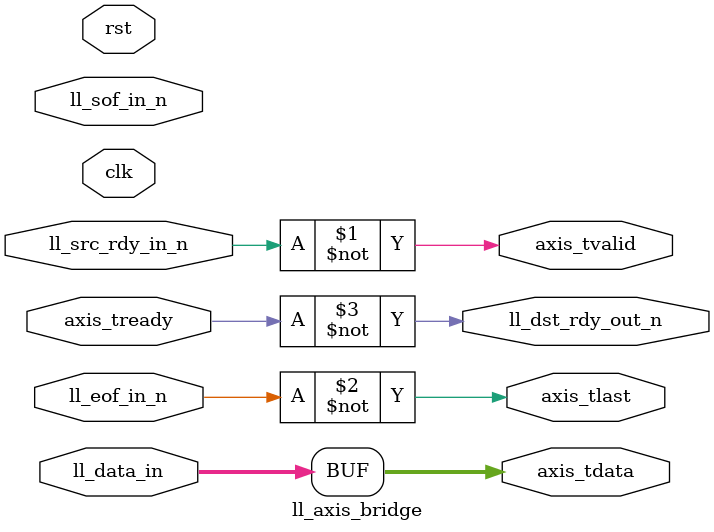
<source format=v>
/*

Copyright (c) 2014-2017 Alex Forencich

Permission is hereby granted, free of charge, to any person obtaining a copy
of this software and associated documentation files (the "Software"), to deal
in the Software without restriction, including without limitation the rights
to use, copy, modify, merge, publish, distribute, sublicense, and/or sell
copies of the Software, and to permit persons to whom the Software is
furnished to do so, subject to the following conditions:

The above copyright notice and this permission notice shall be included in
all copies or substantial portions of the Software.

THE SOFTWARE IS PROVIDED "AS IS", WITHOUT WARRANTY OF ANY KIND, EXPRESS OR
IMPLIED, INCLUDING BUT NOT LIMITED TO THE WARRANTIES OF MERCHANTABILITY
FITNESS FOR A PARTICULAR PURPOSE AND NONINFRINGEMENT. IN NO EVENT SHALL THE
AUTHORS OR COPYRIGHT HOLDERS BE LIABLE FOR ANY CLAIM, DAMAGES OR OTHER
LIABILITY, WHETHER IN AN ACTION OF CONTRACT, TORT OR OTHERWISE, ARISING FROM,
OUT OF OR IN CONNECTION WITH THE SOFTWARE OR THE USE OR OTHER DEALINGS IN
THE SOFTWARE.

*/

// Language: Verilog 2001

`timescale 1ns / 1ps

/*
 * LocalLink to AXI4-Stream bridge
 */
module ll_axis_bridge #
(
    parameter DATA_WIDTH = 8
)
(
    input  wire                   clk,
    input  wire                   rst,

    /*
     * LocalLink input
     */
    input  wire [DATA_WIDTH-1:0]  ll_data_in,
    input  wire                   ll_sof_in_n,
    input  wire                   ll_eof_in_n,
    input  wire                   ll_src_rdy_in_n,
    output wire                   ll_dst_rdy_out_n,

    /*
     * AXI output
     */
    output wire [DATA_WIDTH-1:0]  axis_tdata,
    output wire                   axis_tvalid,
    input  wire                   axis_tready,
    output wire                   axis_tlast
);

assign axis_tdata = ll_data_in;
assign axis_tvalid = ~ll_src_rdy_in_n;
assign axis_tlast = ~ll_eof_in_n;

assign ll_dst_rdy_out_n = ~axis_tready;

endmodule

</source>
